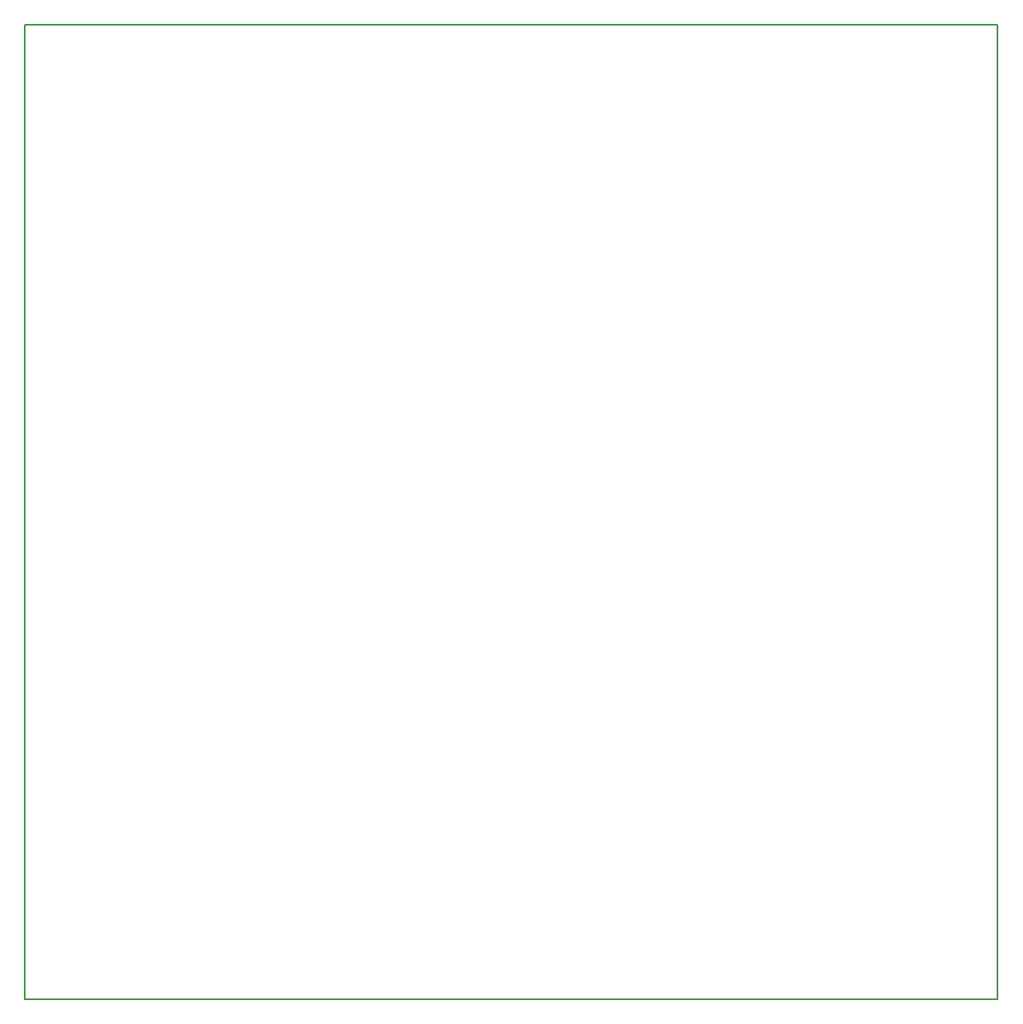
<source format=gm1>
G04 start of page 6 for group 4 idx 4 *
G04 Title: (unknown), outline *
G04 Creator: pcb 20140316 *
G04 CreationDate: Tue 09 Dec 2014 10:14:49 GMT UTC *
G04 For: michael *
G04 Format: Gerber/RS-274X *
G04 PCB-Dimensions (mil): 3930.00 3937.00 *
G04 PCB-Coordinate-Origin: lower left *
%MOIN*%
%FSLAX25Y25*%
%LNGM1*%
%ADD95C,0.0060*%
G54D95*X0Y393700D02*X393000D01*
X0Y200D02*X393000D01*
X0Y393700D02*Y200D01*
X393000Y393700D02*Y200D01*
M02*

</source>
